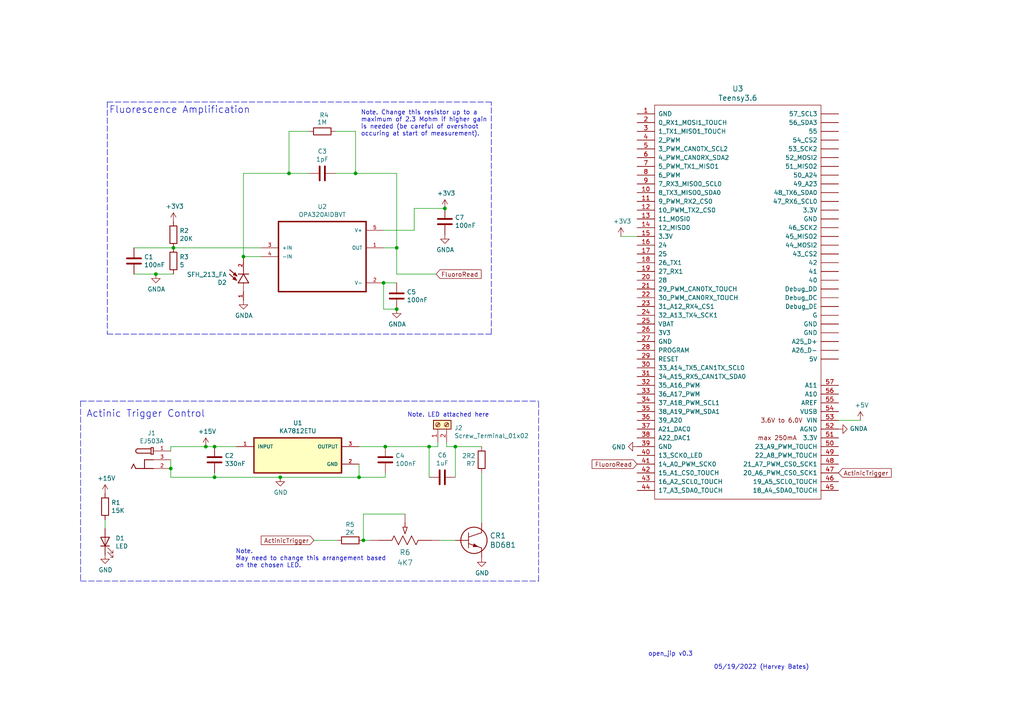
<source format=kicad_sch>
(kicad_sch (version 20211123) (generator eeschema)
  (paper "A4")
  (lib_symbols
    (symbol "3386G-1-102LF:3386G-1-102LF" (pin_numbers hide) (pin_names (offset -1.651) hide)
      (property "Reference" "R" (at 10.795 -3.175 0))
      (property "Value" "3386G-1-102LF" (at 10.795 -9.525 0))
      (symbol "3386G-1-102LF_1_1"
        (polyline (pts (xy 2.54 0) (xy 6.35 0)) (stroke (width 0.2032)))
        (polyline (pts (xy 6.35 0) (xy 6.985 1.27)) (stroke (width 0.2032)))
        (polyline (pts (xy 6.985 1.27) (xy 8.255 -1.27)) (stroke (width 0.2032)))
        (polyline (pts (xy 8.255 -1.27) (xy 9.525 1.27)) (stroke (width 0.2032)))
        (polyline (pts (xy 9.525 1.27) (xy 10.795 -1.27)) (stroke (width 0.2032)))
        (polyline (pts (xy 9.525 3.81) (xy 10.16 1.905)) (stroke (width 0.2032)))
        (polyline (pts (xy 9.525 3.81) (xy 10.795 3.81)) (stroke (width 0.2032)))
        (polyline (pts (xy 10.16 3.81) (xy 10.16 5.08)) (stroke (width 0.2032)))
        (polyline (pts (xy 10.795 -1.27) (xy 12.065 1.27)) (stroke (width 0.2032)))
        (polyline (pts (xy 10.795 3.81) (xy 10.16 1.905)) (stroke (width 0.2032)))
        (polyline (pts (xy 12.065 1.27) (xy 13.335 -1.27)) (stroke (width 0.2032)))
        (polyline (pts (xy 13.335 -1.27) (xy 13.97 0)) (stroke (width 0.2032)))
        (polyline (pts (xy 13.97 0) (xy 17.78 0)) (stroke (width 0.2032)))
        (pin unspecified line (at 0 0 0) (length 2.54) (name "1") (number "1"))
        (pin unspecified line (at 10.16 7.62 270) (length 2.54) (name "2") (number "2"))
        (pin unspecified line (at 20.32 0 180) (length 2.54) (name "3") (number "3"))
      )
    )
    (symbol "Connector:Screw_Terminal_01x02" (pin_names (offset 1.016) hide)
      (property "Reference" "J" (at 0 2.54 0))
      (property "Value" "Screw_Terminal_01x02" (at 0 -5.08 0))
      (symbol "Screw_Terminal_01x02_1_1"
        (rectangle (start -1.27 1.27) (end 1.27 -3.81) (stroke (width 0.254)) (fill (type background)))
        (circle (center 0 -2.54) (radius 0.635) (stroke (width 0.1524)))
        (polyline (pts (xy -0.5334 -2.2098) (xy 0.3302 -3.048)) (stroke (width 0.1524)))
        (polyline (pts (xy -0.5334 0.3302) (xy 0.3302 -0.508)) (stroke (width 0.1524)))
        (polyline (pts (xy -0.3556 -2.032) (xy 0.508 -2.8702)) (stroke (width 0.1524)))
        (polyline (pts (xy -0.3556 0.508) (xy 0.508 -0.3302)) (stroke (width 0.1524)))
        (circle (center 0 0) (radius 0.635) (stroke (width 0.1524)))
        (pin passive line (at -5.08 0 0) (length 3.81) (name "Pin_1") (number "1"))
        (pin passive line (at -5.08 -2.54 0) (length 3.81) (name "Pin_2") (number "2"))
      )
    )
    (symbol "Device:C" (pin_numbers hide) (pin_names (offset 0.254))
      (property "Reference" "C" (at 0.635 2.54 0))
      (property "Value" "C" (at 0.635 -2.54 0))
      (symbol "C_0_1"
        (polyline (pts (xy -2.032 -0.762) (xy 2.032 -0.762)) (stroke (width 0.508)))
        (polyline (pts (xy -2.032 0.762) (xy 2.032 0.762)) (stroke (width 0.508)))
      )
      (symbol "C_1_1"
        (pin passive line (at 0 3.81 270) (length 2.794) (name "~") (number "1"))
        (pin passive line (at 0 -3.81 90) (length 2.794) (name "~") (number "2"))
      )
    )
    (symbol "Device:LED" (pin_numbers hide) (pin_names (offset 1.016) hide)
      (property "Reference" "D" (at 0 2.54 0))
      (property "Value" "LED" (at 0 -2.54 0))
      (symbol "LED_0_1"
        (polyline (pts (xy -1.27 -1.27) (xy -1.27 1.27)) (stroke (width 0.254)))
        (polyline (pts (xy -1.27 0) (xy 1.27 0)))
        (polyline (pts (xy 1.27 -1.27) (xy 1.27 1.27) (xy -1.27 0) (xy 1.27 -1.27)) (stroke (width 0.254)))
        (polyline (pts (xy -3.048 -0.762) (xy -4.572 -2.286) (xy -3.81 -2.286) (xy -4.572 -2.286) (xy -4.572 -1.524)))
        (polyline (pts (xy -1.778 -0.762) (xy -3.302 -2.286) (xy -2.54 -2.286) (xy -3.302 -2.286) (xy -3.302 -1.524)))
      )
      (symbol "LED_1_1"
        (pin passive line (at -3.81 0 0) (length 2.54) (name "K") (number "1"))
        (pin passive line (at 3.81 0 180) (length 2.54) (name "A") (number "2"))
      )
    )
    (symbol "Device:R" (pin_numbers hide) (pin_names (offset 0))
      (property "Reference" "R" (at 2.032 0 90))
      (property "Value" "R" (at 0 0 90))
      (symbol "R_0_1"
        (rectangle (start -1.016 -2.54) (end 1.016 2.54) (stroke (width 0.254)))
      )
      (symbol "R_1_1"
        (pin passive line (at 0 3.81 270) (length 1.27) (name "~") (number "1"))
        (pin passive line (at 0 -3.81 90) (length 1.27) (name "~") (number "2"))
      )
    )
    (symbol "open_jip-rescue:+3.3V-power" (power) (pin_names (offset 0))
      (property "Value" "+3.3V-power" (at 0 3.556 0))
      (symbol "+3.3V-power_0_1"
        (polyline (pts (xy -0.762 1.27) (xy 0 2.54)))
        (polyline (pts (xy 0 0) (xy 0 2.54)))
        (polyline (pts (xy 0 2.54) (xy 0.762 1.27)))
      )
      (symbol "+3.3V-power_1_1"
        (pin power_in line (at 0 0 90) (length 0) hide (name "+3V3") (number "1"))
      )
    )
    (symbol "open_jip-rescue:BD681-BD681" (pin_numbers hide) (pin_names (offset 0) hide)
      (property "Reference" "CR" (at 10.16 2.54 0))
      (property "Value" "BD681-BD681" (at 10.16 -5.08 0))
      (symbol "BD681-BD681_1_1"
        (polyline (pts (xy 2.54 0) (xy 3.81 0)) (stroke (width 0.2032)))
        (polyline (pts (xy 3.81 -2.2098) (xy 3.81 2.2098)) (stroke (width 0.2032)))
        (polyline (pts (xy 3.81 -0.9398) (xy 7.62 -2.2098)) (stroke (width 0.2032)))
        (polyline (pts (xy 3.81 0.9398) (xy 7.62 2.2098)) (stroke (width 0.2032)))
        (polyline (pts (xy 7.62 -2.54) (xy 7.62 -2.2098)) (stroke (width 0.2032)))
        (polyline (pts (xy 7.62 2.2098) (xy 7.62 2.54)) (stroke (width 0.2032)))
        (polyline (pts (xy 5.3848 -0.9398) (xy 5.08 -1.905) (xy 6.6548 -1.905) (xy 5.3848 -0.9398)) (stroke (width 0.0254)) (fill (type outline)))
        (circle (center 5.3848 0) (radius 3.81) (stroke (width 0.254)))
        (pin unspecified line (at 0 0 0) (length 2.54) (name "B") (number "1"))
        (pin unspecified line (at 7.62 5.08 270) (length 2.54) (name "C") (number "2"))
        (pin unspecified line (at 7.62 -5.08 90) (length 2.54) (name "E") (number "3"))
      )
    )
    (symbol "open_jip-rescue:EJ503A-DCJack_EJ503A" (pin_names (offset 1.016) hide)
      (property "Reference" "J" (at -5.08 5.08 0))
      (property "Value" "EJ503A-DCJack_EJ503A" (at -5.08 -7.62 0))
      (symbol "EJ503A-DCJack_EJ503A_0_0"
        (arc (start -5.08 2.54) (mid -4.894 2.091) (end -4.445 1.905) (stroke (width 0.254)))
        (arc (start -4.445 3.175) (mid -4.894 2.989) (end -5.08 2.54) (stroke (width 0.254)))
        (polyline (pts (xy -5.715 -1.27) (xy -6.35 -2.54)) (stroke (width 0.254)))
        (polyline (pts (xy -5.08 -2.54) (xy -5.715 -1.27)) (stroke (width 0.254)))
        (polyline (pts (xy -4.445 1.905) (xy -0.635 1.905)) (stroke (width 0.254)))
        (polyline (pts (xy -2.54 -2.54) (xy -5.08 -2.54)) (stroke (width 0.254)))
        (polyline (pts (xy -2.54 0) (xy -2.54 -2.54)) (stroke (width 0.254)))
        (polyline (pts (xy -0.635 1.6002) (xy -0.635 1.905)) (stroke (width 0.254)))
        (polyline (pts (xy -0.635 1.905) (xy -0.635 3.175)) (stroke (width 0.254)))
        (polyline (pts (xy -0.635 3.175) (xy -4.445 3.175)) (stroke (width 0.254)))
        (polyline (pts (xy -0.635 3.175) (xy -0.635 3.5052)) (stroke (width 0.254)))
        (polyline (pts (xy -0.635 3.5052) (xy 0 3.5052)) (stroke (width 0.254)))
        (polyline (pts (xy 0 -2.54) (xy -2.54 -2.54)) (stroke (width 0.254)))
        (polyline (pts (xy 0 0) (xy -2.54 0)) (stroke (width 0.254)))
        (polyline (pts (xy 0 1.6002) (xy -0.635 1.6002)) (stroke (width 0.254)))
        (polyline (pts (xy 0 3.5052) (xy 0 1.6002)) (stroke (width 0.254)))
        (pin passive line (at 5.08 2.54 180) (length 5.08) (name "~") (number "1"))
        (pin passive line (at 5.08 -2.54 180) (length 5.08) (name "~") (number "2"))
        (pin passive line (at 5.08 0 180) (length 5.08) (name "~") (number "3"))
      )
    )
    (symbol "open_jip-rescue:KA7812ETU-KA7812ETU" (pin_names (offset 1.016))
      (property "Reference" "U" (at -12.7 6.0706 0))
      (property "Value" "KA7812ETU-KA7812ETU" (at -12.7 -9.0678 0))
      (symbol "KA7812ETU-KA7812ETU_0_0"
        (rectangle (start -12.7 -5.08) (end 12.7 5.08) (stroke (width 0.4064)) (fill (type background)))
        (pin input line (at -17.78 2.54 0) (length 5.08) (name "INPUT") (number "1"))
        (pin power_in line (at 17.78 -2.54 180) (length 5.08) (name "GND") (number "2"))
        (pin output line (at 17.78 2.54 180) (length 5.08) (name "OUTPUT") (number "3"))
      )
    )
    (symbol "open_jip-rescue:OPA320AIDBVT-OPA320AIDBVT" (pin_names (offset 1.016))
      (property "Reference" "U" (at -12.7 11.1506 0))
      (property "Value" "OPA320AIDBVT-OPA320AIDBVT" (at -12.7 -14.1478 0))
      (symbol "OPA320AIDBVT-OPA320AIDBVT_0_0"
        (polyline (pts (xy -12.7 -10.16) (xy -12.7 10.16)) (stroke (width 0.4064)))
        (polyline (pts (xy -12.7 10.16) (xy 12.7 10.16)) (stroke (width 0.4064)))
        (polyline (pts (xy 12.7 -10.16) (xy -12.7 -10.16)) (stroke (width 0.4064)))
        (polyline (pts (xy 12.7 10.16) (xy 12.7 -10.16)) (stroke (width 0.4064)))
        (pin output line (at 17.78 2.54 180) (length 5.08) (name "OUT") (number "1"))
        (pin power_in line (at 17.78 -7.62 180) (length 5.08) (name "V-") (number "2"))
        (pin input line (at -17.78 2.54 0) (length 5.08) (name "+IN") (number "3"))
        (pin input line (at -17.78 0 0) (length 5.08) (name "-IN") (number "4"))
        (pin power_in line (at 17.78 7.62 180) (length 5.08) (name "V+") (number "5"))
      )
    )
    (symbol "open_jip-rescue:SFH_213_FA-SFH_213_FA" (pin_names (offset 1.016) hide)
      (property "Reference" "D" (at -3.0988 4.4958 0))
      (property "Value" "SFH_213_FA-SFH_213_FA" (at -3.556 -3.302 0))
      (symbol "SFH_213_FA-SFH_213_FA_0_0"
        (polyline (pts (xy -2.54 -1.524) (xy 0 0)) (stroke (width 0.254)))
        (polyline (pts (xy -2.54 0) (xy -5.08 0)) (stroke (width 0.1524)))
        (polyline (pts (xy -2.54 0) (xy -2.54 -1.524)) (stroke (width 0.254)))
        (polyline (pts (xy -2.54 1.524) (xy -2.54 0)) (stroke (width 0.254)))
        (polyline (pts (xy -1.778 2.032) (xy -1.4478 2.9972)) (stroke (width 0.254)))
        (polyline (pts (xy -1.778 2.032) (xy 0 4.064)) (stroke (width 0.254)))
        (polyline (pts (xy -1.4732 2.2606) (xy -1.3462 2.2606)) (stroke (width 0.254)))
        (polyline (pts (xy -1.4478 2.9972) (xy -1.4732 2.2606)) (stroke (width 0.254)))
        (polyline (pts (xy -1.4478 2.9972) (xy -0.889 2.5146)) (stroke (width 0.254)))
        (polyline (pts (xy -1.0668 2.5908) (xy -1.2954 2.4384)) (stroke (width 0.254)))
        (polyline (pts (xy -0.889 2.5146) (xy -1.778 2.032)) (stroke (width 0.254)))
        (polyline (pts (xy -0.5334 1.9304) (xy -0.2032 2.8956)) (stroke (width 0.254)))
        (polyline (pts (xy -0.5334 1.9304) (xy 1.2446 3.9624)) (stroke (width 0.254)))
        (polyline (pts (xy -0.2286 2.159) (xy -0.1016 2.159)) (stroke (width 0.254)))
        (polyline (pts (xy -0.2032 2.8956) (xy -0.2286 2.159)) (stroke (width 0.254)))
        (polyline (pts (xy -0.2032 2.8956) (xy 0.3556 2.413)) (stroke (width 0.254)))
        (polyline (pts (xy 0 0) (xy -2.54 1.524)) (stroke (width 0.254)))
        (polyline (pts (xy 0 1.524) (xy 0 -1.524)) (stroke (width 0.254)))
        (polyline (pts (xy 0.1778 2.4892) (xy -0.0508 2.3368)) (stroke (width 0.254)))
        (polyline (pts (xy 0.3556 2.413) (xy -0.5334 1.9304)) (stroke (width 0.254)))
        (pin passive line (at -7.62 0 0) (length 2.54) (name "~") (number "1"))
        (pin passive line (at 5.08 0 180) (length 5.08) (name "~") (number "2"))
      )
    )
    (symbol "open_jip-rescue:Teensy3.6-teensy" (pin_names (offset 1.016))
      (property "Reference" "U" (at 0 59.69 0))
      (property "Value" "Teensy3.6-teensy" (at 0 -59.69 0))
      (symbol "Teensy3.6-teensy_0_0"
        (rectangle (start -24.13 57.15) (end 24.13 -57.15))
        (text "3.6V to 6.0V" (at 12.7 -34.29 0) (effects (font (size 1.27 1.27))))
        (text "max 250mA" (at 11.43 -39.37 0) (effects (font (size 1.27 1.27))))
      )
      (symbol "Teensy3.6-teensy_1_1"
        (pin power_in line (at -29.21 54.61 0) (length 5.08) (name "GND") (number "1"))
        (pin bidirectional line (at -29.21 31.75 0) (length 5.08) (name "8_TX3_MISO0_SDA0") (number "10"))
        (pin bidirectional line (at -29.21 29.21 0) (length 5.08) (name "9_PWM_RX2_CS0") (number "11"))
        (pin bidirectional line (at -29.21 26.67 0) (length 5.08) (name "10_PWM_TX2_CS0") (number "12"))
        (pin bidirectional line (at -29.21 24.13 0) (length 5.08) (name "11_MOSI0") (number "13"))
        (pin bidirectional line (at -29.21 21.59 0) (length 5.08) (name "12_MISO0") (number "14"))
        (pin power_in line (at -29.21 19.05 0) (length 5.08) (name "3.3V") (number "15"))
        (pin bidirectional line (at -29.21 16.51 0) (length 5.08) (name "24") (number "16"))
        (pin bidirectional line (at -29.21 13.97 0) (length 5.08) (name "25") (number "17"))
        (pin bidirectional line (at -29.21 11.43 0) (length 5.08) (name "26_TX1") (number "18"))
        (pin bidirectional line (at -29.21 8.89 0) (length 5.08) (name "27_RX1") (number "19"))
        (pin bidirectional line (at -29.21 52.07 0) (length 5.08) (name "0_RX1_MOSI1_TOUCH") (number "2"))
        (pin bidirectional line (at -29.21 6.35 0) (length 5.08) (name "28") (number "20"))
        (pin bidirectional line (at -29.21 3.81 0) (length 5.08) (name "29_PWM_CAN0TX_TOUCH") (number "21"))
        (pin bidirectional line (at -29.21 1.27 0) (length 5.08) (name "30_PWM_CAN0RX_TOUCH") (number "22"))
        (pin bidirectional line (at -29.21 -1.27 0) (length 5.08) (name "31_A12_RX4_CS1") (number "23"))
        (pin bidirectional line (at -29.21 -3.81 0) (length 5.08) (name "32_A13_TX4_SCK1") (number "24"))
        (pin power_in line (at -29.21 -6.35 0) (length 5.08) (name "VBAT") (number "25"))
        (pin power_in line (at -29.21 -8.89 0) (length 5.08) (name "3V3") (number "26"))
        (pin power_in line (at -29.21 -11.43 0) (length 5.08) (name "GND") (number "27"))
        (pin input line (at -29.21 -13.97 0) (length 5.08) (name "PROGRAM") (number "28"))
        (pin input line (at -29.21 -16.51 0) (length 5.08) (name "RESET") (number "29"))
        (pin bidirectional line (at -29.21 49.53 0) (length 5.08) (name "1_TX1_MISO1_TOUCH") (number "3"))
        (pin bidirectional line (at -29.21 -19.05 0) (length 5.08) (name "33_A14_TX5_CAN1TX_SCL0") (number "30"))
        (pin bidirectional line (at -29.21 -21.59 0) (length 5.08) (name "34_A15_RX5_CAN1TX_SDA0") (number "31"))
        (pin bidirectional line (at -29.21 -24.13 0) (length 5.08) (name "35_A16_PWM") (number "32"))
        (pin bidirectional line (at -29.21 -26.67 0) (length 5.08) (name "36_A17_PWM") (number "33"))
        (pin bidirectional line (at -29.21 -29.21 0) (length 5.08) (name "37_A18_PWM_SCL1") (number "34"))
        (pin bidirectional line (at -29.21 -31.75 0) (length 5.08) (name "38_A19_PWM_SDA1") (number "35"))
        (pin bidirectional line (at -29.21 -34.29 0) (length 5.08) (name "39_A20") (number "36"))
        (pin bidirectional line (at -29.21 -36.83 0) (length 5.08) (name "A21_DAC0") (number "37"))
        (pin bidirectional line (at -29.21 -39.37 0) (length 5.08) (name "A22_DAC1") (number "38"))
        (pin power_in line (at -29.21 -41.91 0) (length 5.08) (name "GND") (number "39"))
        (pin bidirectional line (at -29.21 46.99 0) (length 5.08) (name "2_PWM") (number "4"))
        (pin bidirectional line (at -29.21 -44.45 0) (length 5.08) (name "13_SCK0_LED") (number "40"))
        (pin bidirectional line (at -29.21 -46.99 0) (length 5.08) (name "14_A0_PWM_SCK0") (number "41"))
        (pin bidirectional line (at -29.21 -49.53 0) (length 5.08) (name "15_A1_CS0_TOUCH") (number "42"))
        (pin bidirectional line (at -29.21 -52.07 0) (length 5.08) (name "16_A2_SCL0_TOUCH") (number "43"))
        (pin bidirectional line (at -29.21 -54.61 0) (length 5.08) (name "17_A3_SDA0_TOUCH") (number "44"))
        (pin bidirectional line (at 29.21 -54.61 180) (length 5.08) (name "18_A4_SDA0_TOUCH") (number "45"))
        (pin bidirectional line (at 29.21 -52.07 180) (length 5.08) (name "19_A5_SCL0_TOUCH") (number "46"))
        (pin bidirectional line (at 29.21 -49.53 180) (length 5.08) (name "20_A6_PWM_CS0_SCK1") (number "47"))
        (pin bidirectional line (at 29.21 -46.99 180) (length 5.08) (name "21_A7_PWM_CS0_SCK1") (number "48"))
        (pin bidirectional line (at 29.21 -44.45 180) (length 5.08) (name "22_A8_PWM_TOUCH") (number "49"))
        (pin bidirectional line (at -29.21 44.45 0) (length 5.08) (name "3_PWM_CAN0TX_SCL2") (number "5"))
        (pin bidirectional line (at 29.21 -41.91 180) (length 5.08) (name "23_A9_PWM_TOUCH") (number "50"))
        (pin power_out line (at 29.21 -39.37 180) (length 5.08) (name "3.3V") (number "51"))
        (pin power_out line (at 29.21 -36.83 180) (length 5.08) (name "AGND") (number "52"))
        (pin power_in line (at 29.21 -34.29 180) (length 5.08) (name "VIN") (number "53"))
        (pin power_in line (at 29.21 -31.75 180) (length 5.08) (name "VUSB") (number "54"))
        (pin input line (at 29.21 -29.21 180) (length 5.08) (name "AREF") (number "55"))
        (pin bidirectional line (at 29.21 -26.67 180) (length 5.08) (name "A10") (number "56"))
        (pin bidirectional line (at 29.21 -24.13 180) (length 5.08) (name "A11") (number "57"))
        (pin bidirectional line (at -29.21 41.91 0) (length 5.08) (name "4_PWM_CAN0RX_SDA2") (number "6"))
        (pin bidirectional line (at -29.21 39.37 0) (length 5.08) (name "5_PWM_TX1_MISO1") (number "7"))
        (pin bidirectional line (at -29.21 36.83 0) (length 5.08) (name "6_PWM") (number "8"))
        (pin bidirectional line (at -29.21 34.29 0) (length 5.08) (name "7_RX3_MISO0_SCL0") (number "9"))
        (pin power_in line (at 29.21 26.67 180) (length 5.08) (name "3.3V") (number "~"))
        (pin bidirectional line (at 29.21 6.35 180) (length 5.08) (name "40") (number "~"))
        (pin bidirectional line (at 29.21 8.89 180) (length 5.08) (name "41") (number "~"))
        (pin bidirectional line (at 29.21 11.43 180) (length 5.08) (name "42") (number "~"))
        (pin bidirectional line (at 29.21 13.97 180) (length 5.08) (name "43_CS2") (number "~"))
        (pin bidirectional line (at 29.21 16.51 180) (length 5.08) (name "44_MOSI2") (number "~"))
        (pin bidirectional line (at 29.21 19.05 180) (length 5.08) (name "45_MISO2") (number "~"))
        (pin bidirectional line (at 29.21 21.59 180) (length 5.08) (name "46_SCK2") (number "~"))
        (pin bidirectional line (at 29.21 29.21 180) (length 5.08) (name "47_RX6_SCL0") (number "~"))
        (pin bidirectional line (at 29.21 31.75 180) (length 5.08) (name "48_TX6_SDA0") (number "~"))
        (pin bidirectional line (at 29.21 34.29 180) (length 5.08) (name "49_A23") (number "~"))
        (pin bidirectional line (at 29.21 36.83 180) (length 5.08) (name "50_A24") (number "~"))
        (pin bidirectional line (at 29.21 39.37 180) (length 5.08) (name "51_MISO2") (number "~"))
        (pin bidirectional line (at 29.21 41.91 180) (length 5.08) (name "52_MOSI2") (number "~"))
        (pin bidirectional line (at 29.21 44.45 180) (length 5.08) (name "53_SCK2") (number "~"))
        (pin bidirectional line (at 29.21 46.99 180) (length 5.08) (name "54_CS2") (number "~"))
        (pin bidirectional line (at 29.21 49.53 180) (length 5.08) (name "55") (number "~"))
        (pin bidirectional line (at 29.21 52.07 180) (length 5.08) (name "56_SDA3") (number "~"))
        (pin bidirectional line (at 29.21 54.61 180) (length 5.08) (name "57_SCL3") (number "~"))
        (pin power_in line (at 29.21 -16.51 180) (length 5.08) (name "5V") (number "~"))
        (pin bidirectional line (at 29.21 -11.43 180) (length 5.08) (name "A25_D+") (number "~"))
        (pin bidirectional line (at 29.21 -13.97 180) (length 5.08) (name "A26_D-") (number "~"))
        (pin input line (at 29.21 1.27 180) (length 5.08) (name "Debug_DC") (number "~"))
        (pin input line (at 29.21 3.81 180) (length 5.08) (name "Debug_DD") (number "~"))
        (pin input line (at 29.21 -1.27 180) (length 5.08) (name "Debug_DE") (number "~"))
        (pin power_in line (at 29.21 -3.81 180) (length 5.08) (name "G") (number "~"))
        (pin power_in line (at 29.21 -8.89 180) (length 5.08) (name "GND") (number "~"))
        (pin power_in line (at 29.21 -6.35 180) (length 5.08) (name "GND") (number "~"))
        (pin power_in line (at 29.21 24.13 180) (length 5.08) (name "GND") (number "~"))
      )
    )
    (symbol "power:+15V" (power) (pin_names (offset 0))
      (property "Value" "+15V" (at 0 3.556 0))
      (symbol "+15V_0_1"
        (polyline (pts (xy -0.762 1.27) (xy 0 2.54)))
        (polyline (pts (xy 0 0) (xy 0 2.54)))
        (polyline (pts (xy 0 2.54) (xy 0.762 1.27)))
      )
      (symbol "+15V_1_1"
        (pin power_in line (at 0 0 90) (length 0) hide (name "+15V") (number "1"))
      )
    )
    (symbol "power:+5V" (power) (pin_names (offset 0))
      (property "Value" "+5V" (at 0 3.556 0))
      (symbol "+5V_0_1"
        (polyline (pts (xy -0.762 1.27) (xy 0 2.54)))
        (polyline (pts (xy 0 0) (xy 0 2.54)))
        (polyline (pts (xy 0 2.54) (xy 0.762 1.27)))
      )
      (symbol "+5V_1_1"
        (pin power_in line (at 0 0 90) (length 0) hide (name "+5V") (number "1"))
      )
    )
    (symbol "power:GND" (power) (pin_names (offset 0))
      (property "Value" "GND" (at 0 -3.81 0))
      (symbol "GND_0_1"
        (polyline (pts (xy 0 0) (xy 0 -1.27) (xy 1.27 -1.27) (xy 0 -2.54) (xy -1.27 -1.27) (xy 0 -1.27)))
      )
      (symbol "GND_1_1"
        (pin power_in line (at 0 0 270) (length 0) hide (name "GND") (number "1"))
      )
    )
    (symbol "power:GNDA" (power) (pin_names (offset 0))
      (property "Value" "GNDA" (at 0 -3.81 0))
      (symbol "GNDA_0_1"
        (polyline (pts (xy 0 0) (xy 0 -1.27) (xy 1.27 -1.27) (xy 0 -2.54) (xy -1.27 -1.27) (xy 0 -1.27)))
      )
      (symbol "GNDA_1_1"
        (pin power_in line (at 0 0 270) (length 0) hide (name "GNDA") (number "1"))
      )
    )
  )
  (junction (at 62.23 129.54))
  (junction (at 111.76 129.54))
  (junction (at 111.252 82.042))
  (junction (at 105.41 156.718))
  (junction (at 103.124 50.292))
  (junction (at 83.82 50.292))
  (junction (at 45.212 79.502))
  (junction (at 124.46 129.54))
  (junction (at 132.08 129.54))
  (junction (at 62.23 138.43))
  (junction (at 59.69 129.54))
  (junction (at 50.292 71.882))
  (junction (at 115.062 71.882))
  (junction (at 49.53 135.89))
  (junction (at 104.14 138.43))
  (junction (at 70.612 74.422))
  (junction (at 129.032 60.452))
  (junction (at 81.28 138.43))
  (junction (at 115.062 89.662))
  (wire (pts (xy 129.54 128.27) (xy 129.54 129.54)))
  (wire (pts (xy 83.82 50.292) (xy 89.662 50.292)))
  (polyline (pts (xy 23.368 116.332) (xy 156.21 116.332)))
  (wire (pts (xy 104.14 138.43) (xy 104.14 134.62)))
  (wire (pts (xy 70.612 50.292) (xy 83.82 50.292)))
  (wire (pts (xy 124.46 129.54) (xy 124.46 138.43)))
  (wire (pts (xy 45.212 79.502) (xy 50.292 79.502)))
  (wire (pts (xy 115.062 79.502) (xy 126.492 79.502)))
  (wire (pts (xy 49.53 133.35) (xy 49.53 135.89)))
  (wire (pts (xy 139.7 137.16) (xy 139.7 151.638)))
  (wire (pts (xy 111.76 138.43) (xy 104.14 138.43)))
  (wire (pts (xy 59.69 129.54) (xy 49.53 129.54)))
  (wire (pts (xy 127 129.54) (xy 127 128.27)))
  (wire (pts (xy 91.059 156.718) (xy 97.79 156.718)))
  (wire (pts (xy 115.062 71.882) (xy 115.062 79.502)))
  (wire (pts (xy 105.41 156.718) (xy 107.315 156.718)))
  (wire (pts (xy 49.53 138.43) (xy 62.23 138.43)))
  (wire (pts (xy 115.062 50.292) (xy 115.062 71.882)))
  (wire (pts (xy 38.862 71.882) (xy 50.292 71.882)))
  (wire (pts (xy 103.124 38.1) (xy 103.124 50.292)))
  (wire (pts (xy 243.205 121.92) (xy 249.555 121.92)))
  (polyline (pts (xy 31.115 29.591) (xy 142.494 29.591)))
  (wire (pts (xy 70.612 74.422) (xy 75.692 74.422)))
  (wire (pts (xy 68.58 129.54) (xy 62.23 129.54)))
  (wire (pts (xy 124.46 129.54) (xy 127 129.54)))
  (wire (pts (xy 83.82 38.1) (xy 83.82 50.292)))
  (wire (pts (xy 104.14 129.54) (xy 111.76 129.54)))
  (polyline (pts (xy 31.115 96.901) (xy 142.494 96.901)))
  (wire (pts (xy 105.41 156.718) (xy 105.41 149.098)))
  (wire (pts (xy 111.252 82.042) (xy 111.252 89.662)))
  (polyline (pts (xy 156.21 168.529) (xy 156.21 116.332)))
  (wire (pts (xy 62.23 138.43) (xy 81.28 138.43)))
  (wire (pts (xy 70.612 74.422) (xy 70.612 50.292)))
  (wire (pts (xy 132.08 138.43) (xy 132.08 129.54)))
  (wire (pts (xy 120.142 60.452) (xy 129.032 60.452)))
  (wire (pts (xy 111.76 137.16) (xy 111.76 138.43)))
  (wire (pts (xy 129.54 129.54) (xy 132.08 129.54)))
  (wire (pts (xy 30.48 153.289) (xy 30.48 150.749)))
  (wire (pts (xy 120.142 66.802) (xy 120.142 60.452)))
  (wire (pts (xy 132.08 129.54) (xy 139.7 129.54)))
  (wire (pts (xy 62.23 129.54) (xy 59.69 129.54)))
  (wire (pts (xy 127.635 156.718) (xy 132.08 156.718)))
  (wire (pts (xy 111.252 82.042) (xy 115.062 82.042)))
  (wire (pts (xy 111.252 66.802) (xy 120.142 66.802)))
  (wire (pts (xy 38.862 79.502) (xy 45.212 79.502)))
  (wire (pts (xy 111.252 89.662) (xy 115.062 89.662)))
  (wire (pts (xy 49.53 135.89) (xy 49.53 138.43)))
  (wire (pts (xy 97.282 38.1) (xy 103.124 38.1)))
  (polyline (pts (xy 31.115 29.591) (xy 31.115 96.901)))
  (polyline (pts (xy 23.368 168.529) (xy 156.21 168.529)))
  (polyline (pts (xy 142.494 96.901) (xy 142.494 29.591)))
  (wire (pts (xy 115.062 71.882) (xy 111.252 71.882)))
  (wire (pts (xy 49.53 129.54) (xy 49.53 130.81)))
  (wire (pts (xy 81.28 138.43) (xy 104.14 138.43)))
  (polyline (pts (xy 23.368 116.332) (xy 23.368 168.529)))
  (wire (pts (xy 50.292 71.882) (xy 75.692 71.882)))
  (wire (pts (xy 184.785 68.58) (xy 180.086 68.58)))
  (wire (pts (xy 111.76 129.54) (xy 124.46 129.54)))
  (wire (pts (xy 89.662 38.1) (xy 83.82 38.1)))
  (wire (pts (xy 62.23 137.16) (xy 62.23 138.43)))
  (wire (pts (xy 97.282 50.292) (xy 103.124 50.292)))
  (wire (pts (xy 105.41 149.098) (xy 117.475 149.098)))
  (wire (pts (xy 103.124 50.292) (xy 115.062 50.292)))
  (text "Note.\nMay need to change this arrangement based \non the chosen LED." (at 68.326 164.846 0) (effects (font (size 1.27 1.27)) (justify left bottom)))
  (text "05/19/2022 (Harvey Bates)" (at 207.01 194.31 0) (effects (font (size 1.27 1.27)) (justify left bottom)))
  (text "Fluorescence Amplification" (at 31.623 33.147 0) (effects (font (size 2.0066 2.0066)) (justify left bottom)))
  (text "Actinic Trigger Control" (at 25.019 121.285 0) (effects (font (size 2.0066 2.0066)) (justify left bottom)))
  (text "open_jip v0.3" (at 187.96 190.5 0) (effects (font (size 1.27 1.27)) (justify left bottom)))
  (text "Note. LED attached here" (at 118.11 121.158 0) (effects (font (size 1.27 1.27)) (justify left bottom)))
  (text "Note. Change this resistor up to a \nmaximum of 2.3 Mohm if higher gain\nis needed (be careful of overshoot \noccuring at start of measurement)." (at 104.648 39.624 0) (effects (font (size 1.27 1.27)) (justify left bottom)))
  (global_label "FluoroRead" (shape input) (at 126.492 79.502 0) (property "Intersheet References" "${INTERSHEET_REFS}" (effects hide)))
  (global_label "FluoroRead" (shape input) (at 184.785 134.62 180) (property "Intersheet References" "${INTERSHEET_REFS}" (effects hide)))
  (global_label "ActinicTrigger" (shape input) (at 243.205 137.16 0) (property "Intersheet References" "${INTERSHEET_REFS}" (effects hide)))
  (global_label "ActinicTrigger" (shape input) (at 91.059 156.718 180) (property "Intersheet References" "${INTERSHEET_REFS}" (effects hide)))
  (symbol (lib_id "open_jip-rescue:Teensy3.6-teensy") (at 213.995 87.63 0) (unit 1)
    (property "Reference" "U3" (at 213.995 25.7302 0) (effects (font (size 1.524 1.524))))
    (property "Value" "Teensy3.6" (at 213.995 28.4226 0) (effects (font (size 1.524 1.524))))
    (property "Footprint" "teensy:Teensy35_36" (effects hide))
  )
  (symbol (lib_id "open_jip-rescue:BD681-BD681") (at 132.08 156.718 0) (unit 1)
    (property "Reference" "CR1" (at 142.0368 155.3718 0) (effects (font (size 1.524 1.524)) (justify left)))
    (property "Value" "BD681" (at 142.0368 158.0642 0) (effects (font (size 1.524 1.524)) (justify left)))
    (property "Footprint" "BD681:BD681" (effects hide))
  )
  (symbol (lib_id "open_jip-rescue:OPA320AIDBVT-OPA320AIDBVT") (at 93.472 74.422 0) (unit 1)
    (property "Reference" "U2" (at 93.472 59.944 0))
    (property "Value" "OPA320AIDBVT" (at 93.472 62.2554 0))
    (property "Footprint" "OPA320AIDBVR:OPA320AIDBVR" (effects hide))
  )
  (symbol (lib_id "open_jip-rescue:SFH_213_FA-SFH_213_FA") (at 70.612 79.502 90) (unit 1)
    (property "Reference" "D2" (at 65.786 81.9404 90) (effects (justify left)))
    (property "Value" "SFH_213_FA" (at 65.786 79.629 90) (effects (justify left)))
    (property "Footprint" "SFH_213_FA:SFH_213_FA" (effects hide))
    (property "STANDARD" "Manufacturer Recommendations" (effects hide))
    (property "MANUFACTURER" "OSRAM" (effects hide))
    (property "PARTREV" "1.3" (effects hide))
  )
  (symbol (lib_id "open_jip-rescue:KA7812ETU-KA7812ETU") (at 86.36 132.08 0) (unit 1)
    (property "Reference" "U1" (at 86.36 122.682 0))
    (property "Value" "KA7812ETU" (at 86.36 124.9934 0))
    (property "Footprint" "KA7812ETU:KA7812ETU" (effects hide))
    (property "Package" "TO253P1067X470X2040-3" (effects hide))
    (property "Manufacturer" "ON Semiconductor" (effects hide))
  )
  (symbol (lib_id "open_jip-rescue:EJ503A-DCJack_EJ503A") (at 44.45 133.35 0) (unit 1)
    (property "Reference" "J1" (at 43.9928 125.603 0))
    (property "Value" "EJ503A" (at 43.9928 127.9144 0))
    (property "Footprint" "EJ503A:EJ503A" (effects hide))
    (property "PARTREV" "B" (effects hide))
    (property "MANUFACTURER" "MPD" (effects hide))
    (property "MAXIMUM_PACKAGE_HEIGHT" "11 mm" (effects hide))
    (property "STANDARD" "Manufacturer Recommendations" (effects hide))
  )
  (symbol (lib_id "Device:R") (at 93.472 38.1 270) (unit 1)
    (property "Reference" "R4" (at 95.377 33.401 90) (effects (justify right)))
    (property "Value" "1M" (at 94.869 35.433 90) (effects (justify right)))
    (property "Footprint" "Resistor_SMD:R_0805_2012Metric_Pad1.20x1.40mm_HandSolder" (effects hide))
  )
  (symbol (lib_id "Device:R") (at 50.292 75.692 180) (unit 1)
    (property "Reference" "R3" (at 52.07 74.5236 0) (effects (justify right)))
    (property "Value" "5" (at 52.07 76.835 0) (effects (justify right)))
    (property "Footprint" "Resistor_SMD:R_0805_2012Metric_Pad1.20x1.40mm_HandSolder" (effects hide))
  )
  (symbol (lib_id "Device:R") (at 50.292 68.072 180) (unit 1)
    (property "Reference" "R2" (at 52.07 66.9036 0) (effects (justify right)))
    (property "Value" "20K" (at 52.07 69.215 0) (effects (justify right)))
    (property "Footprint" "Resistor_SMD:R_0805_2012Metric_Pad1.20x1.40mm_HandSolder" (effects hide))
  )
  (symbol (lib_id "Device:R") (at 101.6 156.718 270) (unit 1)
    (property "Reference" "R5" (at 102.87 152.146 90) (effects (justify right)))
    (property "Value" "2K" (at 102.87 154.4574 90) (effects (justify right)))
    (property "Footprint" "Resistor_SMD:R_0805_2012Metric_Pad1.20x1.40mm_HandSolder" (effects hide))
  )
  (symbol (lib_id "Device:C") (at 93.472 50.292 270) (unit 1)
    (property "Reference" "C3" (at 93.472 43.8912 90))
    (property "Value" "1pF" (at 93.472 46.2026 90))
    (property "Footprint" "Capacitor_SMD:C_0805_2012Metric_Pad1.18x1.45mm_HandSolder" (effects hide))
  )
  (symbol (lib_id "Device:C") (at 38.862 75.692 180) (unit 1)
    (property "Reference" "C1" (at 41.783 74.5236 0) (effects (justify right)))
    (property "Value" "100nF" (at 41.783 76.835 0) (effects (justify right)))
    (property "Footprint" "Capacitor_SMD:C_0805_2012Metric_Pad1.18x1.45mm_HandSolder" (effects hide))
  )
  (symbol (lib_id "Device:C") (at 129.032 64.262 180) (unit 1)
    (property "Reference" "C7" (at 131.953 63.0936 0) (effects (justify right)))
    (property "Value" "100nF" (at 131.953 65.405 0) (effects (justify right)))
    (property "Footprint" "Capacitor_SMD:C_0805_2012Metric_Pad1.18x1.45mm_HandSolder" (effects hide))
  )
  (symbol (lib_id "Device:C") (at 115.062 85.852 180) (unit 1)
    (property "Reference" "C5" (at 117.983 84.6836 0) (effects (justify right)))
    (property "Value" "100nF" (at 117.983 86.995 0) (effects (justify right)))
    (property "Footprint" "Capacitor_SMD:C_0805_2012Metric_Pad1.18x1.45mm_HandSolder" (effects hide))
  )
  (symbol (lib_id "Device:R") (at 30.48 146.939 0) (unit 1)
    (property "Reference" "R1" (at 32.258 145.7706 0) (effects (justify left)))
    (property "Value" "15K" (at 32.258 148.082 0) (effects (justify left)))
    (property "Footprint" "Resistor_SMD:R_0805_2012Metric_Pad1.20x1.40mm_HandSolder" (effects hide))
  )
  (symbol (lib_id "Device:LED") (at 30.48 157.099 90) (unit 1)
    (property "Reference" "D1" (at 33.4772 156.1084 90) (effects (justify right)))
    (property "Value" "LED" (at 33.4772 158.4198 90) (effects (justify right)))
    (property "Footprint" "LED_SMD:LED_0805_2012Metric_Pad1.15x1.40mm_HandSolder" (effects hide))
  )
  (symbol (lib_id "power:GND") (at 30.48 160.909 0) (unit 1)
    (property "Reference" "#PWR02" (effects hide))
    (property "Value" "GND" (at 30.607 165.3032 0))
  )
  (symbol (lib_id "power:+15V") (at 59.69 129.54 0) (unit 1)
    (property "Reference" "#PWR05" (effects hide))
    (property "Value" "+15V" (at 60.071 125.1458 0))
  )
  (symbol (lib_id "power:+15V") (at 30.48 143.129 0) (unit 1)
    (property "Reference" "#PWR01" (effects hide))
    (property "Value" "+15V" (at 30.861 138.7348 0))
  )
  (symbol (lib_id "open_jip-rescue:+3.3V-power") (at 50.292 64.262 0) (unit 1)
    (property "Reference" "#PWR04" (effects hide))
    (property "Value" "+3.3V" (at 50.673 59.8678 0))
  )
  (symbol (lib_id "open_jip-rescue:+3.3V-power") (at 129.032 60.452 0) (unit 1)
    (property "Reference" "#PWR09" (effects hide))
    (property "Value" "+3.3V" (at 129.413 56.0578 0))
  )
  (symbol (lib_id "Device:C") (at 62.23 133.35 180) (unit 1)
    (property "Reference" "C2" (at 65.151 132.1816 0) (effects (justify right)))
    (property "Value" "330nF" (at 65.151 134.493 0) (effects (justify right)))
    (property "Footprint" "Capacitor_SMD:C_0805_2012Metric_Pad1.18x1.45mm_HandSolder" (effects hide))
  )
  (symbol (lib_id "Device:C") (at 111.76 133.35 180) (unit 1)
    (property "Reference" "C4" (at 114.681 132.1816 0) (effects (justify right)))
    (property "Value" "100nF" (at 114.681 134.493 0) (effects (justify right)))
    (property "Footprint" "Capacitor_SMD:C_0805_2012Metric_Pad1.18x1.45mm_HandSolder" (effects hide))
  )
  (symbol (lib_id "Connector:Screw_Terminal_01x02") (at 127 123.19 90) (unit 1)
    (property "Reference" "J2" (at 131.7752 124.1044 90) (effects (justify right)))
    (property "Value" "Screw_Terminal_01x02" (at 131.7752 126.4158 90) (effects (justify right)))
    (property "Footprint" "TerminalBlock:TerminalBlock_Altech_AK300-2_P5.00mm" (effects hide))
  )
  (symbol (lib_id "Device:C") (at 128.27 138.43 90) (unit 1)
    (property "Reference" "C6" (at 128.27 132.0292 90))
    (property "Value" "1uF" (at 128.27 134.3406 90))
    (property "Footprint" "Capacitor_SMD:CP_Elec_4x5.4" (effects hide))
  )
  (symbol (lib_id "power:GND") (at 81.28 138.43 0) (unit 1)
    (property "Reference" "#PWR07" (effects hide))
    (property "Value" "GND" (at 81.407 142.8242 0))
  )
  (symbol (lib_id "power:GND") (at 139.7 161.798 0) (unit 1)
    (property "Reference" "#PWR011" (effects hide))
    (property "Value" "GND" (at 139.827 166.1922 0))
  )
  (symbol (lib_id "power:GNDA") (at 115.062 89.662 0) (unit 1)
    (property "Reference" "#PWR08" (effects hide))
    (property "Value" "GNDA" (at 115.189 94.0562 0))
  )
  (symbol (lib_id "power:GNDA") (at 129.032 68.072 0) (unit 1)
    (property "Reference" "#PWR010" (effects hide))
    (property "Value" "GNDA" (at 129.159 72.4662 0))
  )
  (symbol (lib_id "power:GNDA") (at 70.612 87.122 0) (unit 1)
    (property "Reference" "#PWR06" (effects hide))
    (property "Value" "GNDA" (at 70.739 91.5162 0))
  )
  (symbol (lib_id "power:GNDA") (at 45.212 79.502 0) (unit 1)
    (property "Reference" "#PWR03" (effects hide))
    (property "Value" "GNDA" (at 45.339 83.8962 0))
  )
  (symbol (lib_id "power:GNDA") (at 243.205 124.46 90) (unit 1)
    (property "Reference" "#PWR013" (effects hide))
    (property "Value" "GNDA" (at 246.4562 124.333 90) (effects (justify right)))
  )
  (symbol (lib_id "power:GND") (at 184.785 129.54 270) (unit 1)
    (property "Reference" "#PWR012" (effects hide))
    (property "Value" "GND" (at 181.5338 129.667 90) (effects (justify right)))
  )
  (symbol (lib_id "power:+5V") (at 249.555 121.92 0) (unit 1)
    (property "Reference" "#PWR014" (effects hide))
    (property "Value" "+5V" (at 249.936 117.5258 0))
  )
  (symbol (lib_id "Device:R") (at 139.7 133.35 0) (unit 1)
    (property "Reference" "R7" (at 137.922 134.5184 0) (effects (justify right)))
    (property "Value" "2R2" (at 137.922 132.207 0) (effects (justify right)))
    (property "Footprint" "35602R2JT:35602R2JT" (effects hide))
  )
  (symbol (lib_id "open_jip-rescue:+3.3V-power") (at 180.086 68.58 0) (unit 1)
    (property "Reference" "#PWR0101" (effects hide))
    (property "Value" "+3.3V" (at 180.467 64.1858 0))
  )
  (symbol (lib_id "3386G-1-102LF:3386G-1-102LF") (at 107.315 156.718 0) (unit 1)
    (property "Reference" "R6" (at 117.475 160.2213 0) (effects (font (size 1.524 1.524))))
    (property "Value" "4K7" (at 117.475 163.2147 0) (effects (font (size 1.524 1.524))))
    (property "Footprint" "3386G-1-102LF:3386G-1-102LF" (effects hide))
  )
)
</source>
